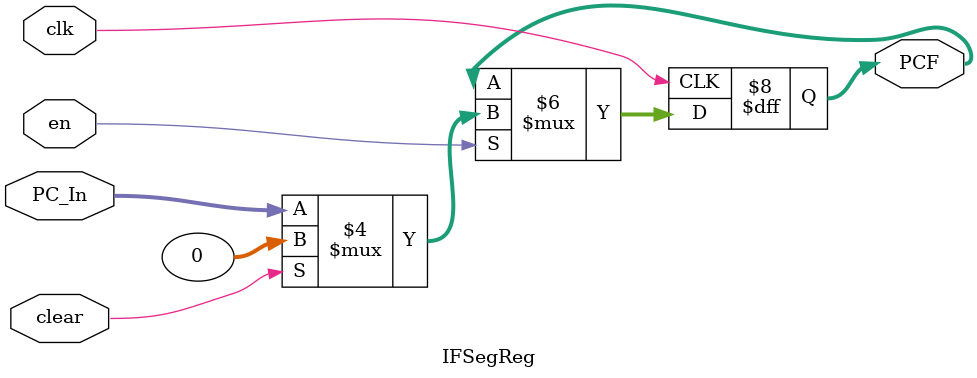
<source format=v>
`timescale 1ns / 1ps

module IFSegReg(
    input wire clk,
    input wire en, clear,
    input wire [31:0] PC_In,
    output reg [31:0] PCF
    );
    initial PCF = 0;
    
    always@(posedge clk)
        if(en) begin
            if(clear)
                PCF <= 0;
            else 
                PCF <= PC_In;
        end
    
endmodule


</source>
